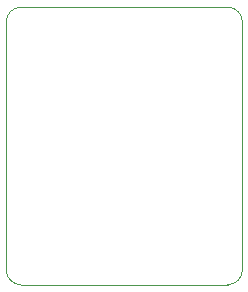
<source format=gm1>
%TF.GenerationSoftware,KiCad,Pcbnew,9.0.3*%
%TF.CreationDate,2025-08-03T21:29:46+01:00*%
%TF.ProjectId,smol-slime-xiao,736d6f6c-2d73-46c6-996d-652d7869616f,1.0*%
%TF.SameCoordinates,Original*%
%TF.FileFunction,Profile,NP*%
%FSLAX46Y46*%
G04 Gerber Fmt 4.6, Leading zero omitted, Abs format (unit mm)*
G04 Created by KiCad (PCBNEW 9.0.3) date 2025-08-03 21:29:46*
%MOMM*%
%LPD*%
G01*
G04 APERTURE LIST*
%TA.AperFunction,Profile*%
%ADD10C,0.050000*%
%TD*%
G04 APERTURE END LIST*
D10*
X140000000Y-88750000D02*
X140000000Y-109750000D01*
X140000000Y-88750000D02*
G75*
G02*
X141250000Y-87500000I1250000J0D01*
G01*
X141250000Y-111000000D02*
X158750000Y-111000000D01*
X158750000Y-87500000D02*
G75*
G02*
X160000000Y-88750000I0J-1250000D01*
G01*
X160000000Y-109750000D02*
G75*
G02*
X158750000Y-111000000I-1250000J0D01*
G01*
X160000000Y-109750000D02*
X160000000Y-88750000D01*
X141250000Y-111000000D02*
G75*
G02*
X140000000Y-109750000I0J1250000D01*
G01*
X158750000Y-87500000D02*
X141250000Y-87500000D01*
M02*

</source>
